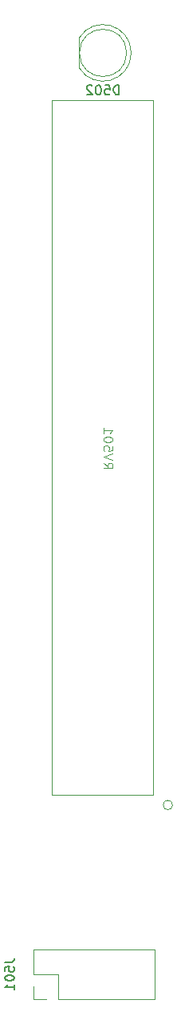
<source format=gbr>
%TF.GenerationSoftware,KiCad,Pcbnew,7.0.8*%
%TF.CreationDate,2023-11-15T13:51:47+01:00*%
%TF.ProjectId,module-rev1,6d6f6475-6c65-42d7-9265-76312e6b6963,rev?*%
%TF.SameCoordinates,Original*%
%TF.FileFunction,Legend,Bot*%
%TF.FilePolarity,Positive*%
%FSLAX46Y46*%
G04 Gerber Fmt 4.6, Leading zero omitted, Abs format (unit mm)*
G04 Created by KiCad (PCBNEW 7.0.8) date 2023-11-15 13:51:47*
%MOMM*%
%LPD*%
G01*
G04 APERTURE LIST*
%ADD10C,0.100000*%
%ADD11C,0.150000*%
%ADD12C,0.120000*%
G04 APERTURE END LIST*
D10*
X115703262Y-556670642D02*
X116179453Y-557003975D01*
X115703262Y-557242070D02*
X116703262Y-557242070D01*
X116703262Y-557242070D02*
X116703262Y-556861118D01*
X116703262Y-556861118D02*
X116655643Y-556765880D01*
X116655643Y-556765880D02*
X116608024Y-556718261D01*
X116608024Y-556718261D02*
X116512786Y-556670642D01*
X116512786Y-556670642D02*
X116369929Y-556670642D01*
X116369929Y-556670642D02*
X116274691Y-556718261D01*
X116274691Y-556718261D02*
X116227072Y-556765880D01*
X116227072Y-556765880D02*
X116179453Y-556861118D01*
X116179453Y-556861118D02*
X116179453Y-557242070D01*
X116703262Y-556384927D02*
X115703262Y-556051594D01*
X115703262Y-556051594D02*
X116703262Y-555718261D01*
X116703262Y-554908737D02*
X116703262Y-555384927D01*
X116703262Y-555384927D02*
X116227072Y-555432546D01*
X116227072Y-555432546D02*
X116274691Y-555384927D01*
X116274691Y-555384927D02*
X116322310Y-555289689D01*
X116322310Y-555289689D02*
X116322310Y-555051594D01*
X116322310Y-555051594D02*
X116274691Y-554956356D01*
X116274691Y-554956356D02*
X116227072Y-554908737D01*
X116227072Y-554908737D02*
X116131834Y-554861118D01*
X116131834Y-554861118D02*
X115893739Y-554861118D01*
X115893739Y-554861118D02*
X115798501Y-554908737D01*
X115798501Y-554908737D02*
X115750882Y-554956356D01*
X115750882Y-554956356D02*
X115703262Y-555051594D01*
X115703262Y-555051594D02*
X115703262Y-555289689D01*
X115703262Y-555289689D02*
X115750882Y-555384927D01*
X115750882Y-555384927D02*
X115798501Y-555432546D01*
X116703262Y-554242070D02*
X116703262Y-554146832D01*
X116703262Y-554146832D02*
X116655643Y-554051594D01*
X116655643Y-554051594D02*
X116608024Y-554003975D01*
X116608024Y-554003975D02*
X116512786Y-553956356D01*
X116512786Y-553956356D02*
X116322310Y-553908737D01*
X116322310Y-553908737D02*
X116084215Y-553908737D01*
X116084215Y-553908737D02*
X115893739Y-553956356D01*
X115893739Y-553956356D02*
X115798501Y-554003975D01*
X115798501Y-554003975D02*
X115750882Y-554051594D01*
X115750882Y-554051594D02*
X115703262Y-554146832D01*
X115703262Y-554146832D02*
X115703262Y-554242070D01*
X115703262Y-554242070D02*
X115750882Y-554337308D01*
X115750882Y-554337308D02*
X115798501Y-554384927D01*
X115798501Y-554384927D02*
X115893739Y-554432546D01*
X115893739Y-554432546D02*
X116084215Y-554480165D01*
X116084215Y-554480165D02*
X116322310Y-554480165D01*
X116322310Y-554480165D02*
X116512786Y-554432546D01*
X116512786Y-554432546D02*
X116608024Y-554384927D01*
X116608024Y-554384927D02*
X116655643Y-554337308D01*
X116655643Y-554337308D02*
X116703262Y-554242070D01*
X115703262Y-552956356D02*
X115703262Y-553527784D01*
X115703262Y-553242070D02*
X116703262Y-553242070D01*
X116703262Y-553242070D02*
X116560405Y-553337308D01*
X116560405Y-553337308D02*
X116465167Y-553432546D01*
X116465167Y-553432546D02*
X116417548Y-553527784D01*
D11*
X117361157Y-517762842D02*
X117361157Y-516762842D01*
X117361157Y-516762842D02*
X117123062Y-516762842D01*
X117123062Y-516762842D02*
X116980205Y-516810461D01*
X116980205Y-516810461D02*
X116884967Y-516905699D01*
X116884967Y-516905699D02*
X116837348Y-517000937D01*
X116837348Y-517000937D02*
X116789729Y-517191413D01*
X116789729Y-517191413D02*
X116789729Y-517334270D01*
X116789729Y-517334270D02*
X116837348Y-517524746D01*
X116837348Y-517524746D02*
X116884967Y-517619984D01*
X116884967Y-517619984D02*
X116980205Y-517715223D01*
X116980205Y-517715223D02*
X117123062Y-517762842D01*
X117123062Y-517762842D02*
X117361157Y-517762842D01*
X115884967Y-516762842D02*
X116361157Y-516762842D01*
X116361157Y-516762842D02*
X116408776Y-517239032D01*
X116408776Y-517239032D02*
X116361157Y-517191413D01*
X116361157Y-517191413D02*
X116265919Y-517143794D01*
X116265919Y-517143794D02*
X116027824Y-517143794D01*
X116027824Y-517143794D02*
X115932586Y-517191413D01*
X115932586Y-517191413D02*
X115884967Y-517239032D01*
X115884967Y-517239032D02*
X115837348Y-517334270D01*
X115837348Y-517334270D02*
X115837348Y-517572365D01*
X115837348Y-517572365D02*
X115884967Y-517667603D01*
X115884967Y-517667603D02*
X115932586Y-517715223D01*
X115932586Y-517715223D02*
X116027824Y-517762842D01*
X116027824Y-517762842D02*
X116265919Y-517762842D01*
X116265919Y-517762842D02*
X116361157Y-517715223D01*
X116361157Y-517715223D02*
X116408776Y-517667603D01*
X115218300Y-516762842D02*
X115123062Y-516762842D01*
X115123062Y-516762842D02*
X115027824Y-516810461D01*
X115027824Y-516810461D02*
X114980205Y-516858080D01*
X114980205Y-516858080D02*
X114932586Y-516953318D01*
X114932586Y-516953318D02*
X114884967Y-517143794D01*
X114884967Y-517143794D02*
X114884967Y-517381889D01*
X114884967Y-517381889D02*
X114932586Y-517572365D01*
X114932586Y-517572365D02*
X114980205Y-517667603D01*
X114980205Y-517667603D02*
X115027824Y-517715223D01*
X115027824Y-517715223D02*
X115123062Y-517762842D01*
X115123062Y-517762842D02*
X115218300Y-517762842D01*
X115218300Y-517762842D02*
X115313538Y-517715223D01*
X115313538Y-517715223D02*
X115361157Y-517667603D01*
X115361157Y-517667603D02*
X115408776Y-517572365D01*
X115408776Y-517572365D02*
X115456395Y-517381889D01*
X115456395Y-517381889D02*
X115456395Y-517143794D01*
X115456395Y-517143794D02*
X115408776Y-516953318D01*
X115408776Y-516953318D02*
X115361157Y-516858080D01*
X115361157Y-516858080D02*
X115313538Y-516810461D01*
X115313538Y-516810461D02*
X115218300Y-516762842D01*
X114504014Y-516858080D02*
X114456395Y-516810461D01*
X114456395Y-516810461D02*
X114361157Y-516762842D01*
X114361157Y-516762842D02*
X114123062Y-516762842D01*
X114123062Y-516762842D02*
X114027824Y-516810461D01*
X114027824Y-516810461D02*
X113980205Y-516858080D01*
X113980205Y-516858080D02*
X113932586Y-516953318D01*
X113932586Y-516953318D02*
X113932586Y-517048556D01*
X113932586Y-517048556D02*
X113980205Y-517191413D01*
X113980205Y-517191413D02*
X114551633Y-517762842D01*
X114551633Y-517762842D02*
X113932586Y-517762842D01*
X105255501Y-609442308D02*
X105969786Y-609442308D01*
X105969786Y-609442308D02*
X106112643Y-609394689D01*
X106112643Y-609394689D02*
X106207882Y-609299451D01*
X106207882Y-609299451D02*
X106255501Y-609156594D01*
X106255501Y-609156594D02*
X106255501Y-609061356D01*
X105255501Y-610394689D02*
X105255501Y-609918499D01*
X105255501Y-609918499D02*
X105731691Y-609870880D01*
X105731691Y-609870880D02*
X105684072Y-609918499D01*
X105684072Y-609918499D02*
X105636453Y-610013737D01*
X105636453Y-610013737D02*
X105636453Y-610251832D01*
X105636453Y-610251832D02*
X105684072Y-610347070D01*
X105684072Y-610347070D02*
X105731691Y-610394689D01*
X105731691Y-610394689D02*
X105826929Y-610442308D01*
X105826929Y-610442308D02*
X106065024Y-610442308D01*
X106065024Y-610442308D02*
X106160262Y-610394689D01*
X106160262Y-610394689D02*
X106207882Y-610347070D01*
X106207882Y-610347070D02*
X106255501Y-610251832D01*
X106255501Y-610251832D02*
X106255501Y-610013737D01*
X106255501Y-610013737D02*
X106207882Y-609918499D01*
X106207882Y-609918499D02*
X106160262Y-609870880D01*
X105255501Y-611061356D02*
X105255501Y-611156594D01*
X105255501Y-611156594D02*
X105303120Y-611251832D01*
X105303120Y-611251832D02*
X105350739Y-611299451D01*
X105350739Y-611299451D02*
X105445977Y-611347070D01*
X105445977Y-611347070D02*
X105636453Y-611394689D01*
X105636453Y-611394689D02*
X105874548Y-611394689D01*
X105874548Y-611394689D02*
X106065024Y-611347070D01*
X106065024Y-611347070D02*
X106160262Y-611299451D01*
X106160262Y-611299451D02*
X106207882Y-611251832D01*
X106207882Y-611251832D02*
X106255501Y-611156594D01*
X106255501Y-611156594D02*
X106255501Y-611061356D01*
X106255501Y-611061356D02*
X106207882Y-610966118D01*
X106207882Y-610966118D02*
X106160262Y-610918499D01*
X106160262Y-610918499D02*
X106065024Y-610870880D01*
X106065024Y-610870880D02*
X105874548Y-610823261D01*
X105874548Y-610823261D02*
X105636453Y-610823261D01*
X105636453Y-610823261D02*
X105445977Y-610870880D01*
X105445977Y-610870880D02*
X105350739Y-610918499D01*
X105350739Y-610918499D02*
X105303120Y-610966118D01*
X105303120Y-610966118D02*
X105255501Y-611061356D01*
X106255501Y-612347070D02*
X106255501Y-611775642D01*
X106255501Y-612061356D02*
X105255501Y-612061356D01*
X105255501Y-612061356D02*
X105398358Y-611966118D01*
X105398358Y-611966118D02*
X105493596Y-611870880D01*
X105493596Y-611870880D02*
X105541215Y-611775642D01*
D10*
%TO.C,RV501*%
X120960682Y-591723023D02*
X110260682Y-591723023D01*
X110260682Y-591723023D02*
X110260682Y-518323023D01*
X110260682Y-518323023D02*
X120960682Y-518323023D01*
X120960682Y-518323023D02*
X120960682Y-591723023D01*
X123060682Y-592823023D02*
G75*
G03*
X123060682Y-592823023I-500000J0D01*
G01*
D12*
%TO.C,D502*%
X113110682Y-514893023D02*
X113110682Y-511803023D01*
X118660681Y-513348485D02*
G75*
G03*
X113110683Y-511803193I-2989999J462D01*
G01*
X113110682Y-514892853D02*
G75*
G03*
X118660682Y-513347561I2560000J1544830D01*
G01*
X118170682Y-513348023D02*
G75*
G03*
X118170682Y-513348023I-2500000J0D01*
G01*
%TO.C,J501*%
X121130682Y-608128023D02*
X121130682Y-613328023D01*
X108310682Y-608128023D02*
X121130682Y-608128023D01*
X108310682Y-608128023D02*
X108310682Y-610728023D01*
X110910682Y-610728023D02*
X110910682Y-613328023D01*
X108310682Y-610728023D02*
X110910682Y-610728023D01*
X108310682Y-611998023D02*
X108310682Y-613328023D01*
X110910682Y-613328023D02*
X121130682Y-613328023D01*
X108310682Y-613328023D02*
X109640682Y-613328023D01*
%TD*%
M02*

</source>
